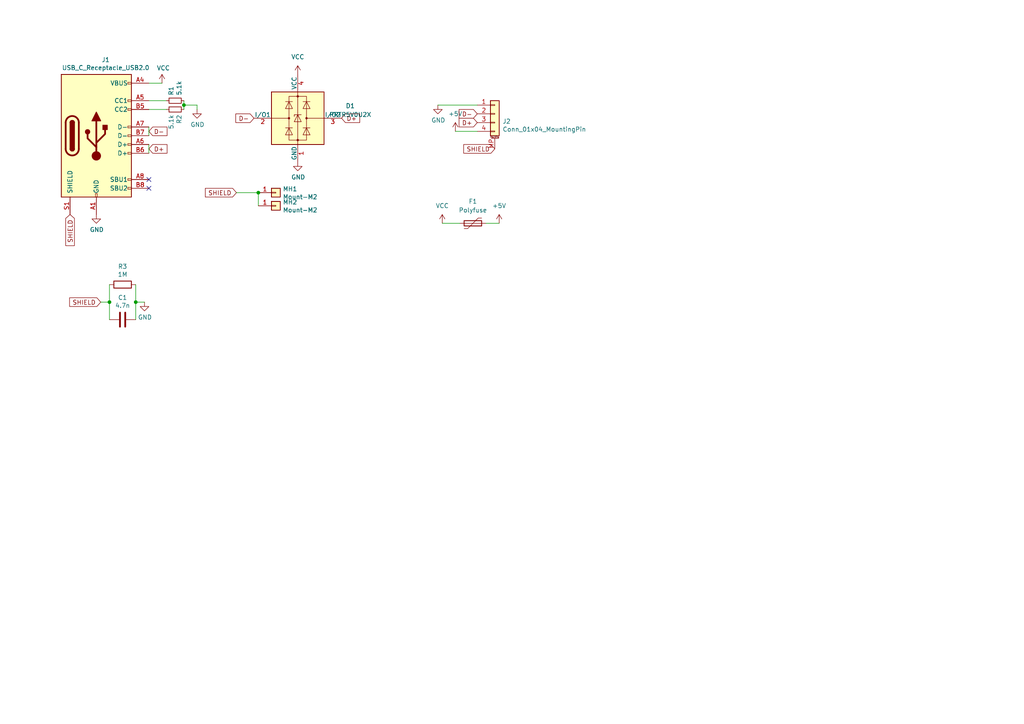
<source format=kicad_sch>
(kicad_sch (version 20211123) (generator eeschema)
  (paper "A4")
  (lib_symbols
    (symbol "Connector:USB_C_Receptacle_USB2.0" (pin_names (offset 1.016))
      (property "Reference" "J" (at -10.16 19.05 0))
      (property "Value" "USB_C_Receptacle_USB2.0" (at 19.05 19.05 0))
      (symbol "USB_C_Receptacle_USB2.0_0_0"
        (rectangle (start -0.254 -17.78) (end 0.254 -16.764))
        (rectangle (start 10.16 -14.986) (end 9.144 -15.494))
        (rectangle (start 10.16 -12.446) (end 9.144 -12.954))
        (rectangle (start 10.16 -4.826) (end 9.144 -5.334))
        (rectangle (start 10.16 -2.286) (end 9.144 -2.794))
        (rectangle (start 10.16 0.254) (end 9.144 -0.254))
        (rectangle (start 10.16 2.794) (end 9.144 2.286))
        (rectangle (start 10.16 7.874) (end 9.144 7.366))
        (rectangle (start 10.16 10.414) (end 9.144 9.906))
        (rectangle (start 10.16 15.494) (end 9.144 14.986))
      )
      (symbol "USB_C_Receptacle_USB2.0_0_1"
        (rectangle (start -10.16 17.78) (end 10.16 -17.78) (stroke (width 0.254)) (fill (type background)))
        (arc (start -8.89 -3.81) (mid -6.985 -5.715) (end -5.08 -3.81) (stroke (width 0.508)))
        (arc (start -7.62 -3.81) (mid -6.985 -4.445) (end -6.35 -3.81) (stroke (width 0.254)))
        (arc (start -7.62 -3.81) (mid -6.985 -4.445) (end -6.35 -3.81) (stroke (width 0.254)) (fill (type outline)))
        (rectangle (start -7.62 -3.81) (end -6.35 3.81) (stroke (width 0.254)) (fill (type outline)))
        (arc (start -6.35 3.81) (mid -6.985 4.445) (end -7.62 3.81) (stroke (width 0.254)))
        (arc (start -6.35 3.81) (mid -6.985 4.445) (end -7.62 3.81) (stroke (width 0.254)) (fill (type outline)))
        (arc (start -5.08 3.81) (mid -6.985 5.715) (end -8.89 3.81) (stroke (width 0.508)))
        (circle (center -2.54 1.143) (radius 0.635) (stroke (width 0.254)) (fill (type outline)))
        (circle (center 0 -5.842) (radius 1.27) (fill (type outline)))
        (polyline (pts (xy -8.89 -3.81) (xy -8.89 3.81)) (stroke (width 0.508)))
        (polyline (pts (xy -5.08 3.81) (xy -5.08 -3.81)) (stroke (width 0.508)))
        (polyline (pts (xy 0 -5.842) (xy 0 4.318)) (stroke (width 0.508)))
        (polyline (pts (xy 0 -3.302) (xy -2.54 -0.762) (xy -2.54 0.508)) (stroke (width 0.508)))
        (polyline (pts (xy 0 -2.032) (xy 2.54 0.508) (xy 2.54 1.778)) (stroke (width 0.508)))
        (polyline (pts (xy -1.27 4.318) (xy 0 6.858) (xy 1.27 4.318) (xy -1.27 4.318)) (stroke (width 0.254)) (fill (type outline)))
        (rectangle (start 1.905 1.778) (end 3.175 3.048) (stroke (width 0.254)) (fill (type outline)))
      )
      (symbol "USB_C_Receptacle_USB2.0_1_1"
        (pin passive line (at 0 -22.86 90) (length 5.08) (name "GND") (number "A1"))
        (pin passive line (at 0 -22.86 90) (length 5.08) hide (name "GND") (number "A12"))
        (pin passive line (at 15.24 15.24 180) (length 5.08) (name "VBUS") (number "A4"))
        (pin bidirectional line (at 15.24 10.16 180) (length 5.08) (name "CC1") (number "A5"))
        (pin bidirectional line (at 15.24 -2.54 180) (length 5.08) (name "D+") (number "A6"))
        (pin bidirectional line (at 15.24 2.54 180) (length 5.08) (name "D-") (number "A7"))
        (pin bidirectional line (at 15.24 -12.7 180) (length 5.08) (name "SBU1") (number "A8"))
        (pin passive line (at 15.24 15.24 180) (length 5.08) hide (name "VBUS") (number "A9"))
        (pin passive line (at 0 -22.86 90) (length 5.08) hide (name "GND") (number "B1"))
        (pin passive line (at 0 -22.86 90) (length 5.08) hide (name "GND") (number "B12"))
        (pin passive line (at 15.24 15.24 180) (length 5.08) hide (name "VBUS") (number "B4"))
        (pin bidirectional line (at 15.24 7.62 180) (length 5.08) (name "CC2") (number "B5"))
        (pin bidirectional line (at 15.24 -5.08 180) (length 5.08) (name "D+") (number "B6"))
        (pin bidirectional line (at 15.24 0 180) (length 5.08) (name "D-") (number "B7"))
        (pin bidirectional line (at 15.24 -15.24 180) (length 5.08) (name "SBU2") (number "B8"))
        (pin passive line (at 15.24 15.24 180) (length 5.08) hide (name "VBUS") (number "B9"))
        (pin passive line (at -7.62 -22.86 90) (length 5.08) (name "SHIELD") (number "S1"))
      )
    )
    (symbol "Connector_Generic:Conn_01x01" (pin_names (offset 1.016) hide)
      (property "Reference" "J" (at 0 2.54 0))
      (property "Value" "Conn_01x01" (at 0 -2.54 0))
      (symbol "Conn_01x01_1_1"
        (rectangle (start -1.27 0.127) (end 0 -0.127) (stroke (width 0.1524)))
        (rectangle (start -1.27 1.27) (end 1.27 -1.27) (stroke (width 0.254)) (fill (type background)))
        (pin passive line (at -5.08 0 0) (length 3.81) (name "Pin_1") (number "1"))
      )
    )
    (symbol "Connector_Generic_MountingPin:Conn_01x04_MountingPin" (pin_names (offset 1.016) hide)
      (property "Reference" "J" (at 0 5.08 0))
      (property "Value" "Conn_01x04_MountingPin" (at 1.27 -7.62 0))
      (symbol "Conn_01x04_MountingPin_1_1"
        (rectangle (start -1.27 -4.953) (end 0 -5.207) (stroke (width 0.1524)))
        (rectangle (start -1.27 -2.413) (end 0 -2.667) (stroke (width 0.1524)))
        (rectangle (start -1.27 0.127) (end 0 -0.127) (stroke (width 0.1524)))
        (rectangle (start -1.27 2.667) (end 0 2.413) (stroke (width 0.1524)))
        (rectangle (start -1.27 3.81) (end 1.27 -6.35) (stroke (width 0.254)) (fill (type background)))
        (polyline (pts (xy -1.016 -7.112) (xy 1.016 -7.112)) (stroke (width 0.1524)))
        (text "Mounting" (at 0 -6.731 0) (effects (font (size 0.381 0.381))))
        (pin passive line (at -5.08 2.54 0) (length 3.81) (name "Pin_1") (number "1"))
        (pin passive line (at -5.08 0 0) (length 3.81) (name "Pin_2") (number "2"))
        (pin passive line (at -5.08 -2.54 0) (length 3.81) (name "Pin_3") (number "3"))
        (pin passive line (at -5.08 -5.08 0) (length 3.81) (name "Pin_4") (number "4"))
        (pin passive line (at 0 -10.16 90) (length 3.048) (name "MountPin") (number "MP"))
      )
    )
    (symbol "Device:C" (pin_numbers hide) (pin_names (offset 0.254))
      (property "Reference" "C" (at 0.635 2.54 0))
      (property "Value" "C" (at 0.635 -2.54 0))
      (symbol "C_0_1"
        (polyline (pts (xy -2.032 -0.762) (xy 2.032 -0.762)) (stroke (width 0.508)))
        (polyline (pts (xy -2.032 0.762) (xy 2.032 0.762)) (stroke (width 0.508)))
      )
      (symbol "C_1_1"
        (pin passive line (at 0 3.81 270) (length 2.794) (name "~") (number "1"))
        (pin passive line (at 0 -3.81 90) (length 2.794) (name "~") (number "2"))
      )
    )
    (symbol "Device:Polyfuse" (pin_numbers hide) (pin_names (offset 0))
      (property "Reference" "F" (at -2.54 0 90))
      (property "Value" "Polyfuse" (at 2.54 0 90))
      (symbol "Polyfuse_0_1"
        (rectangle (start -0.762 2.54) (end 0.762 -2.54) (stroke (width 0.254)))
        (polyline (pts (xy 0 2.54) (xy 0 -2.54)))
        (polyline (pts (xy -1.524 2.54) (xy -1.524 1.524) (xy 1.524 -1.524) (xy 1.524 -2.54)))
      )
      (symbol "Polyfuse_1_1"
        (pin passive line (at 0 3.81 270) (length 1.27) (name "~") (number "1"))
        (pin passive line (at 0 -3.81 90) (length 1.27) (name "~") (number "2"))
      )
    )
    (symbol "Device:R" (pin_numbers hide) (pin_names (offset 0))
      (property "Reference" "R" (at 2.032 0 90))
      (property "Value" "R" (at 0 0 90))
      (symbol "R_0_1"
        (rectangle (start -1.016 -2.54) (end 1.016 2.54) (stroke (width 0.254)))
      )
      (symbol "R_1_1"
        (pin passive line (at 0 3.81 270) (length 1.27) (name "~") (number "1"))
        (pin passive line (at 0 -3.81 90) (length 1.27) (name "~") (number "2"))
      )
    )
    (symbol "Device:R_Small" (pin_numbers hide) (pin_names (offset 0.254) hide)
      (property "Reference" "R" (at 0.762 0.508 0))
      (property "Value" "R_Small" (at 0.762 -1.016 0))
      (symbol "R_Small_0_1"
        (rectangle (start -0.762 1.778) (end 0.762 -1.778) (stroke (width 0.2032)))
      )
      (symbol "R_Small_1_1"
        (pin passive line (at 0 2.54 270) (length 0.762) (name "~") (number "1"))
        (pin passive line (at 0 -2.54 90) (length 0.762) (name "~") (number "2"))
      )
    )
    (symbol "Power_Protection:PRTR5V0U2X" (pin_names (offset 0))
      (property "Reference" "D" (at 2.794 8.636 0))
      (property "Value" "PRTR5V0U2X" (at 8.128 -9.398 0))
      (symbol "PRTR5V0U2X_0_1"
        (rectangle (start -7.62 -7.62) (end 7.62 7.62) (stroke (width 0.254)) (fill (type background)))
        (circle (center -2.54 0) (radius 0.254) (fill (type outline)))
        (rectangle (start -2.54 6.35) (end 2.54 -6.35))
        (circle (center 0 -6.35) (radius 0.254) (fill (type outline)))
        (polyline (pts (xy -2.54 0) (xy -7.62 0)))
        (polyline (pts (xy -1.524 -2.794) (xy -3.556 -2.794)))
        (polyline (pts (xy -1.524 4.826) (xy -3.556 4.826)))
        (polyline (pts (xy 0 -7.62) (xy 0 7.62)))
        (polyline (pts (xy 1.524 -2.794) (xy 3.556 -2.794)))
        (polyline (pts (xy 1.524 4.826) (xy 3.556 4.826)))
        (polyline (pts (xy 2.54 0) (xy 7.62 0)))
        (polyline (pts (xy 1.016 1.016) (xy -1.016 1.016) (xy -1.016 0.508)))
        (polyline (pts (xy -3.556 -4.826) (xy -1.524 -4.826) (xy -2.54 -2.794) (xy -3.556 -4.826)))
        (polyline (pts (xy -3.556 2.794) (xy -1.524 2.794) (xy -2.54 4.826) (xy -3.556 2.794)))
        (polyline (pts (xy -1.016 -1.016) (xy 1.016 -1.016) (xy 0 1.016) (xy -1.016 -1.016)))
        (polyline (pts (xy 3.556 -4.826) (xy 1.524 -4.826) (xy 2.54 -2.794) (xy 3.556 -4.826)))
        (polyline (pts (xy 3.556 2.794) (xy 1.524 2.794) (xy 2.54 4.826) (xy 3.556 2.794)))
        (circle (center 0 6.35) (radius 0.254) (fill (type outline)))
        (circle (center 2.54 0) (radius 0.254) (fill (type outline)))
      )
      (symbol "PRTR5V0U2X_1_1"
        (pin passive line (at 0 -12.7 90) (length 5.08) (name "GND") (number "1"))
        (pin passive line (at -12.7 0 0) (length 5.08) (name "I/O1") (number "2"))
        (pin passive line (at 12.7 0 180) (length 5.08) (name "I/O2") (number "3"))
        (pin passive line (at 0 12.7 270) (length 5.08) (name "VCC") (number "4"))
      )
    )
    (symbol "power:+5V" (power) (pin_names (offset 0))
      (property "Value" "+5V" (at 0 3.556 0))
      (symbol "+5V_0_1"
        (polyline (pts (xy -0.762 1.27) (xy 0 2.54)))
        (polyline (pts (xy 0 0) (xy 0 2.54)))
        (polyline (pts (xy 0 2.54) (xy 0.762 1.27)))
      )
      (symbol "+5V_1_1"
        (pin power_in line (at 0 0 90) (length 0) hide (name "+5V") (number "1"))
      )
    )
    (symbol "power:GND" (power) (pin_names (offset 0))
      (property "Value" "GND" (at 0 -3.81 0))
      (symbol "GND_0_1"
        (polyline (pts (xy 0 0) (xy 0 -1.27) (xy 1.27 -1.27) (xy 0 -2.54) (xy -1.27 -1.27) (xy 0 -1.27)))
      )
      (symbol "GND_1_1"
        (pin power_in line (at 0 0 270) (length 0) hide (name "GND") (number "1"))
      )
    )
    (symbol "power:VCC" (power) (pin_names (offset 0))
      (property "Value" "VCC" (at 0 3.81 0))
      (symbol "VCC_0_1"
        (polyline (pts (xy -0.762 1.27) (xy 0 2.54)))
        (polyline (pts (xy 0 0) (xy 0 2.54)))
        (polyline (pts (xy 0 2.54) (xy 0.762 1.27)))
      )
      (symbol "VCC_1_1"
        (pin power_in line (at 0 0 90) (length 0) hide (name "VCC") (number "1"))
      )
    )
  )
  (junction (at 53.34 30.48))
  (junction (at 31.75 87.63))
  (junction (at 39.37 87.63))
  (junction (at 74.93 55.88))
  (no_connect (at 43.18 52.07))
  (no_connect (at 43.18 54.61))
  (wire (pts (xy 43.18 31.75) (xy 48.26 31.75)))
  (wire (pts (xy 39.37 87.63) (xy 39.37 92.71)))
  (wire (pts (xy 43.18 41.91) (xy 43.18 44.45)))
  (wire (pts (xy 43.18 29.21) (xy 48.26 29.21)))
  (wire (pts (xy 53.34 30.48) (xy 57.15 30.48)))
  (wire (pts (xy 31.75 87.63) (xy 31.75 92.71)))
  (wire (pts (xy 74.93 55.88) (xy 68.58 55.88)))
  (wire (pts (xy 132.08 38.1) (xy 138.43 38.1)))
  (wire (pts (xy 43.18 36.83) (xy 43.18 39.37)))
  (wire (pts (xy 41.91 87.63) (xy 39.37 87.63)))
  (wire (pts (xy 138.43 30.48) (xy 127 30.48)))
  (wire (pts (xy 43.18 24.13) (xy 46.99 24.13)))
  (wire (pts (xy 57.15 30.48) (xy 57.15 31.75)))
  (wire (pts (xy 53.34 29.21) (xy 53.34 30.48)))
  (wire (pts (xy 53.34 30.48) (xy 53.34 31.75)))
  (wire (pts (xy 29.21 87.63) (xy 31.75 87.63)))
  (wire (pts (xy 140.97 64.77) (xy 144.78 64.77)))
  (wire (pts (xy 74.93 59.69) (xy 74.93 55.88)))
  (wire (pts (xy 31.75 82.55) (xy 31.75 87.63)))
  (wire (pts (xy 39.37 82.55) (xy 39.37 87.63)))
  (wire (pts (xy 128.27 64.77) (xy 133.35 64.77)))
  (global_label "D+" (shape input) (at 138.43 35.56 180) (property "Intersheet References" "${INTERSHEET_REFS}" (effects hide)))
  (global_label "SHIELD" (shape input) (at 143.51 43.18 180) (property "Intersheet References" "${INTERSHEET_REFS}" (effects hide)))
  (global_label "D-" (shape input) (at 43.18 38.1 0) (property "Intersheet References" "${INTERSHEET_REFS}" (effects hide)))
  (global_label "SHIELD" (shape input) (at 68.58 55.88 180) (property "Intersheet References" "${INTERSHEET_REFS}" (effects hide)))
  (global_label "SHIELD" (shape input) (at 20.32 62.23 270) (property "Intersheet References" "${INTERSHEET_REFS}" (effects hide)))
  (global_label "SHIELD" (shape input) (at 29.21 87.63 180) (property "Intersheet References" "${INTERSHEET_REFS}" (effects hide)))
  (global_label "D+" (shape input) (at 99.06 34.29 0) (property "Intersheet References" "${INTERSHEET_REFS}" (effects hide)))
  (global_label "D-" (shape input) (at 138.43 33.02 180) (property "Intersheet References" "${INTERSHEET_REFS}" (effects hide)))
  (global_label "D-" (shape input) (at 73.66 34.29 180) (property "Intersheet References" "${INTERSHEET_REFS}" (effects hide)))
  (global_label "D+" (shape input) (at 43.18 43.18 0) (property "Intersheet References" "${INTERSHEET_REFS}" (effects hide)))
  (symbol (lib_id "Connector:USB_C_Receptacle_USB2.0") (at 27.94 39.37 0) (unit 1)
    (property "Reference" "J1" (at 30.6578 17.3482 0))
    (property "Value" "USB_C_Receptacle_USB2.0" (at 30.6578 19.6596 0))
    (property "Footprint" "Connector_USB:USB_C_Receptacle_HRO_TYPE-C-31-M-12" (effects hide))
    (property "Datasheet" "https://www.usb.org/sites/default/files/documents/usb_type-c.zip" (effects hide))
    (property "LCSC" "C165948" (effects hide))
    (property "JLCPCB_CORRECTION" "0;0;180" (effects hide))
  )
  (symbol (lib_id "Device:R_Small") (at 50.8 31.75 270) (unit 1)
    (property "Reference" "R2" (at 51.9684 33.2486 0) (effects (justify left)))
    (property "Value" "5.1k" (at 49.657 33.2486 0) (effects (justify left)))
    (property "Footprint" "Resistor_SMD:R_0603_1608Metric" (effects hide))
    (property "LCSC" "C23186" (effects hide))
  )
  (symbol (lib_id "Device:R_Small") (at 50.8 29.21 90) (unit 1)
    (property "Reference" "R1" (at 49.6316 27.7114 0) (effects (justify left)))
    (property "Value" "5.1k" (at 51.943 27.7114 0) (effects (justify left)))
    (property "Footprint" "Resistor_SMD:R_0603_1608Metric" (effects hide))
    (property "LCSC" "C23186" (effects hide))
  )
  (symbol (lib_id "Connector_Generic:Conn_01x01") (at 80.01 55.88 0) (unit 1)
    (property "Reference" "MH1" (at 82.0166 54.8132 0) (effects (justify left)))
    (property "Value" "Mount-M2" (at 82.0166 57.1246 0) (effects (justify left)))
    (property "Footprint" "MountingHole:MountingHole_2.2mm_M2_Pad_Via" (effects hide))
  )
  (symbol (lib_id "Connector_Generic:Conn_01x01") (at 80.01 59.69 0) (unit 1)
    (property "Reference" "MH2" (at 82.0166 58.6232 0) (effects (justify left)))
    (property "Value" "Mount-M2" (at 82.0166 60.9346 0) (effects (justify left)))
    (property "Footprint" "MountingHole:MountingHole_2.2mm_M2_Pad_Via" (effects hide))
  )
  (symbol (lib_id "Device:R") (at 35.56 82.55 270) (unit 1)
    (property "Reference" "R3" (at 35.56 77.2922 90))
    (property "Value" "1M" (at 35.56 79.6036 90))
    (property "Footprint" "Resistor_SMD:R_0805_2012Metric" (effects hide))
    (property "LCSC" "C17514" (effects hide))
  )
  (symbol (lib_id "Device:C") (at 35.56 92.71 270) (unit 1)
    (property "Reference" "C1" (at 35.56 86.3092 90))
    (property "Value" "4.7n" (at 35.56 88.6206 90))
    (property "Footprint" "Capacitor_SMD:C_0603_1608Metric" (effects hide))
    (property "LCSC" "C53987" (effects hide))
  )
  (symbol (lib_id "power:GND") (at 41.91 87.63 0) (unit 1)
    (property "Reference" "#PWR06" (effects hide))
    (property "Value" "GND" (at 42.037 92.0242 0))
  )
  (symbol (lib_id "power:GND") (at 127 30.48 0) (unit 1)
    (property "Reference" "#PWR01" (effects hide))
    (property "Value" "GND" (at 127.127 34.8742 0))
  )
  (symbol (lib_id "power:GND") (at 27.94 62.23 0) (unit 1)
    (property "Reference" "#PWR0101" (effects hide))
    (property "Value" "GND" (at 28.067 66.6242 0))
  )
  (symbol (lib_id "power:VCC") (at 46.99 24.13 0) (unit 1)
    (property "Reference" "#PWR0102" (effects hide))
    (property "Value" "VCC" (at 47.371 19.7358 0))
  )
  (symbol (lib_id "power:GND") (at 57.15 31.75 0) (unit 1)
    (property "Reference" "#PWR0103" (effects hide))
    (property "Value" "GND" (at 57.277 36.1442 0))
  )
  (symbol (lib_id "Connector_Generic_MountingPin:Conn_01x04_MountingPin") (at 143.51 33.02 0) (unit 1)
    (property "Reference" "J2" (at 145.7452 35.2044 0) (effects (justify left)))
    (property "Value" "Conn_01x04_MountingPin" (at 145.7452 37.5158 0) (effects (justify left)))
    (property "Footprint" "Connector_JST:JST_SH_SM04B-SRSS-TB_1x04-1MP_P1.00mm_Horizontal" (effects hide))
    (property "LCSC" "C160404" (effects hide))
    (property "JLCPCB_CORRECTION" "0;0;180" (effects hide))
  )
  (symbol (lib_id "power:GND") (at 86.36 46.99 0) (unit 1)
    (property "Reference" "#PWR0106" (effects hide))
    (property "Value" "GND" (at 86.487 51.3842 0))
  )
  (symbol (lib_id "power:+5V") (at 132.08 38.1 0) (unit 1)
    (property "Reference" "#PWR0104" (effects hide))
    (property "Value" "+5V" (at 132.08 33.02 0))
  )
  (symbol (lib_id "Power_Protection:PRTR5V0U2X") (at 86.36 34.29 0) (unit 1)
    (property "Reference" "D1" (at 101.6 30.7086 0))
    (property "Value" "PRTR5V0U2X" (at 101.6 33.2486 0))
    (property "Footprint" "Package_TO_SOT_SMD:SOT-143" (effects hide))
    (property "Datasheet" "https://assets.nexperia.com/documents/data-sheet/PRTR5V0U2X.pdf" (effects hide))
  )
  (symbol (lib_id "power:VCC") (at 86.36 21.59 0) (unit 1)
    (property "Reference" "#PWR0105" (effects hide))
    (property "Value" "VCC" (at 86.36 16.51 0))
  )
  (symbol (lib_id "Device:Polyfuse") (at 137.16 64.77 90) (unit 1)
    (property "Reference" "F1" (at 137.16 58.42 90))
    (property "Value" "Polyfuse" (at 137.16 60.96 90))
    (property "Footprint" "Fuse:Fuse_0805_2012Metric" (effects hide))
  )
  (symbol (lib_id "power:+5V") (at 144.78 64.77 0) (unit 1)
    (property "Reference" "#PWR0108" (effects hide))
    (property "Value" "+5V" (at 144.78 59.69 0))
  )
  (symbol (lib_id "power:VCC") (at 128.27 64.77 0) (unit 1)
    (property "Reference" "#PWR0107" (effects hide))
    (property "Value" "VCC" (at 128.27 59.69 0))
  )
)
</source>
